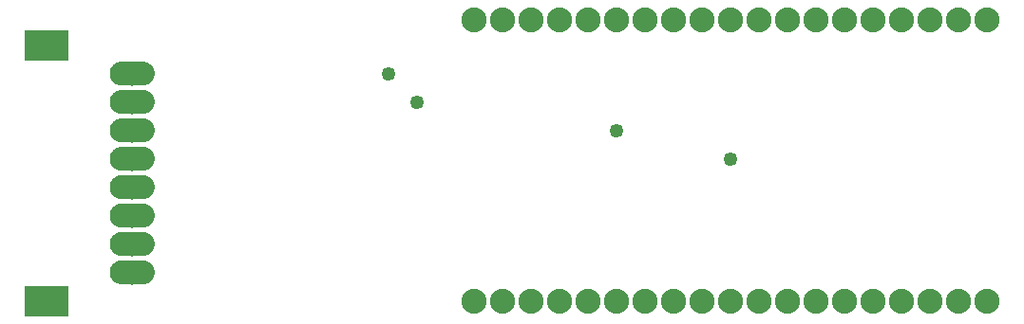
<source format=gts>
G04 MADE WITH FRITZING*
G04 WWW.FRITZING.ORG*
G04 DOUBLE SIDED*
G04 HOLES PLATED*
G04 CONTOUR ON CENTER OF CONTOUR VECTOR*
%ASAXBY*%
%FSLAX23Y23*%
%MOIN*%
%OFA0B0*%
%SFA1.0B1.0*%
%ADD10C,0.088000*%
%ADD11C,0.049370*%
%ADD12C,0.084000*%
%ADD13R,0.158148X0.106296*%
%ADD14R,0.001000X0.001000*%
%LNMASK1*%
G90*
G70*
G54D10*
X1654Y56D03*
X1754Y56D03*
X1854Y56D03*
X1954Y56D03*
X2054Y56D03*
X2154Y56D03*
X2254Y56D03*
X2354Y56D03*
X2454Y56D03*
X2554Y56D03*
X2654Y56D03*
X2754Y56D03*
X2854Y56D03*
X2954Y56D03*
X3054Y56D03*
X3154Y56D03*
X3254Y56D03*
X3354Y56D03*
X3454Y56D03*
X1654Y1045D03*
X1754Y1045D03*
X1854Y1045D03*
X1954Y1045D03*
X2054Y1045D03*
X2154Y1045D03*
X2254Y1045D03*
X2354Y1045D03*
X2454Y1045D03*
X2554Y1045D03*
X2654Y1045D03*
X2754Y1045D03*
X2854Y1045D03*
X2954Y1045D03*
X3054Y1045D03*
X3154Y1045D03*
X3254Y1045D03*
X3354Y1045D03*
X3454Y1045D03*
G54D11*
X2154Y656D03*
X2554Y556D03*
X1454Y756D03*
X1354Y856D03*
G54D12*
X454Y856D03*
X454Y756D03*
X454Y656D03*
X454Y556D03*
X454Y456D03*
X454Y356D03*
X454Y256D03*
X454Y156D03*
G54D13*
X154Y956D03*
X154Y56D03*
G54D14*
X410Y898D02*
X496Y898D01*
X406Y897D02*
X500Y897D01*
X402Y896D02*
X503Y896D01*
X400Y895D02*
X506Y895D01*
X398Y894D02*
X508Y894D01*
X396Y893D02*
X510Y893D01*
X394Y892D02*
X512Y892D01*
X393Y891D02*
X513Y891D01*
X391Y890D02*
X515Y890D01*
X390Y889D02*
X516Y889D01*
X389Y888D02*
X517Y888D01*
X388Y887D02*
X518Y887D01*
X387Y886D02*
X519Y886D01*
X386Y885D02*
X520Y885D01*
X385Y884D02*
X521Y884D01*
X384Y883D02*
X522Y883D01*
X383Y882D02*
X523Y882D01*
X382Y881D02*
X524Y881D01*
X382Y880D02*
X524Y880D01*
X381Y879D02*
X525Y879D01*
X381Y878D02*
X525Y878D01*
X380Y877D02*
X526Y877D01*
X379Y876D02*
X527Y876D01*
X379Y875D02*
X527Y875D01*
X378Y874D02*
X528Y874D01*
X378Y873D02*
X448Y873D01*
X458Y873D02*
X528Y873D01*
X378Y872D02*
X445Y872D01*
X461Y872D02*
X528Y872D01*
X377Y871D02*
X443Y871D01*
X462Y871D02*
X529Y871D01*
X377Y870D02*
X442Y870D01*
X464Y870D02*
X529Y870D01*
X376Y869D02*
X441Y869D01*
X465Y869D02*
X530Y869D01*
X376Y868D02*
X440Y868D01*
X466Y868D02*
X530Y868D01*
X376Y867D02*
X439Y867D01*
X467Y867D02*
X530Y867D01*
X376Y866D02*
X438Y866D01*
X468Y866D02*
X530Y866D01*
X375Y865D02*
X438Y865D01*
X468Y865D02*
X531Y865D01*
X375Y864D02*
X437Y864D01*
X469Y864D02*
X531Y864D01*
X375Y863D02*
X437Y863D01*
X469Y863D02*
X531Y863D01*
X375Y862D02*
X436Y862D01*
X470Y862D02*
X531Y862D01*
X375Y861D02*
X436Y861D01*
X470Y861D02*
X531Y861D01*
X375Y860D02*
X436Y860D01*
X470Y860D02*
X531Y860D01*
X375Y859D02*
X436Y859D01*
X470Y859D02*
X531Y859D01*
X375Y858D02*
X436Y858D01*
X470Y858D02*
X531Y858D01*
X375Y857D02*
X436Y857D01*
X470Y857D02*
X531Y857D01*
X375Y856D02*
X436Y856D01*
X470Y856D02*
X531Y856D01*
X375Y855D02*
X436Y855D01*
X470Y855D02*
X531Y855D01*
X375Y854D02*
X436Y854D01*
X470Y854D02*
X531Y854D01*
X375Y853D02*
X436Y853D01*
X470Y853D02*
X531Y853D01*
X375Y852D02*
X436Y852D01*
X470Y852D02*
X531Y852D01*
X375Y851D02*
X436Y851D01*
X470Y851D02*
X531Y851D01*
X375Y850D02*
X437Y850D01*
X469Y850D02*
X531Y850D01*
X375Y849D02*
X437Y849D01*
X469Y849D02*
X531Y849D01*
X375Y848D02*
X438Y848D01*
X468Y848D02*
X531Y848D01*
X376Y847D02*
X438Y847D01*
X468Y847D02*
X530Y847D01*
X376Y846D02*
X439Y846D01*
X467Y846D02*
X530Y846D01*
X376Y845D02*
X440Y845D01*
X466Y845D02*
X530Y845D01*
X377Y844D02*
X441Y844D01*
X465Y844D02*
X529Y844D01*
X377Y843D02*
X442Y843D01*
X464Y843D02*
X529Y843D01*
X377Y842D02*
X444Y842D01*
X462Y842D02*
X529Y842D01*
X378Y841D02*
X446Y841D01*
X460Y841D02*
X528Y841D01*
X378Y840D02*
X449Y840D01*
X457Y840D02*
X528Y840D01*
X378Y839D02*
X527Y839D01*
X379Y838D02*
X527Y838D01*
X379Y837D02*
X527Y837D01*
X380Y836D02*
X526Y836D01*
X381Y835D02*
X525Y835D01*
X381Y834D02*
X525Y834D01*
X382Y833D02*
X524Y833D01*
X383Y832D02*
X523Y832D01*
X383Y831D02*
X523Y831D01*
X384Y830D02*
X522Y830D01*
X385Y829D02*
X521Y829D01*
X386Y828D02*
X520Y828D01*
X387Y827D02*
X519Y827D01*
X388Y826D02*
X518Y826D01*
X389Y825D02*
X517Y825D01*
X390Y824D02*
X516Y824D01*
X391Y823D02*
X515Y823D01*
X393Y822D02*
X513Y822D01*
X394Y821D02*
X512Y821D01*
X396Y820D02*
X510Y820D01*
X398Y819D02*
X508Y819D01*
X400Y818D02*
X506Y818D01*
X403Y817D02*
X503Y817D01*
X406Y816D02*
X500Y816D01*
X411Y815D02*
X495Y815D01*
X410Y798D02*
X496Y798D01*
X405Y797D02*
X501Y797D01*
X402Y796D02*
X504Y796D01*
X400Y795D02*
X506Y795D01*
X398Y794D02*
X508Y794D01*
X396Y793D02*
X510Y793D01*
X394Y792D02*
X512Y792D01*
X392Y791D02*
X514Y791D01*
X391Y790D02*
X515Y790D01*
X390Y789D02*
X516Y789D01*
X389Y788D02*
X517Y788D01*
X388Y787D02*
X518Y787D01*
X387Y786D02*
X519Y786D01*
X386Y785D02*
X520Y785D01*
X385Y784D02*
X521Y784D01*
X384Y783D02*
X522Y783D01*
X383Y782D02*
X523Y782D01*
X382Y781D02*
X524Y781D01*
X382Y780D02*
X524Y780D01*
X381Y779D02*
X525Y779D01*
X380Y778D02*
X526Y778D01*
X380Y777D02*
X526Y777D01*
X379Y776D02*
X527Y776D01*
X379Y775D02*
X527Y775D01*
X378Y774D02*
X528Y774D01*
X378Y773D02*
X448Y773D01*
X458Y773D02*
X528Y773D01*
X378Y772D02*
X445Y772D01*
X461Y772D02*
X528Y772D01*
X377Y771D02*
X443Y771D01*
X463Y771D02*
X529Y771D01*
X377Y770D02*
X442Y770D01*
X464Y770D02*
X529Y770D01*
X376Y769D02*
X441Y769D01*
X465Y769D02*
X530Y769D01*
X376Y768D02*
X440Y768D01*
X466Y768D02*
X530Y768D01*
X376Y767D02*
X439Y767D01*
X467Y767D02*
X530Y767D01*
X376Y766D02*
X438Y766D01*
X468Y766D02*
X530Y766D01*
X375Y765D02*
X438Y765D01*
X468Y765D02*
X531Y765D01*
X375Y764D02*
X437Y764D01*
X469Y764D02*
X531Y764D01*
X375Y763D02*
X437Y763D01*
X469Y763D02*
X531Y763D01*
X375Y762D02*
X436Y762D01*
X470Y762D02*
X531Y762D01*
X375Y761D02*
X436Y761D01*
X470Y761D02*
X531Y761D01*
X375Y760D02*
X436Y760D01*
X470Y760D02*
X531Y760D01*
X375Y759D02*
X436Y759D01*
X470Y759D02*
X531Y759D01*
X375Y758D02*
X436Y758D01*
X470Y758D02*
X531Y758D01*
X375Y757D02*
X436Y757D01*
X470Y757D02*
X531Y757D01*
X375Y756D02*
X436Y756D01*
X470Y756D02*
X531Y756D01*
X375Y755D02*
X436Y755D01*
X470Y755D02*
X531Y755D01*
X375Y754D02*
X436Y754D01*
X470Y754D02*
X531Y754D01*
X375Y753D02*
X436Y753D01*
X470Y753D02*
X531Y753D01*
X375Y752D02*
X436Y752D01*
X470Y752D02*
X531Y752D01*
X375Y751D02*
X436Y751D01*
X470Y751D02*
X531Y751D01*
X375Y750D02*
X437Y750D01*
X469Y750D02*
X531Y750D01*
X375Y749D02*
X437Y749D01*
X469Y749D02*
X531Y749D01*
X375Y748D02*
X438Y748D01*
X468Y748D02*
X531Y748D01*
X376Y747D02*
X438Y747D01*
X467Y747D02*
X530Y747D01*
X376Y746D02*
X439Y746D01*
X467Y746D02*
X530Y746D01*
X376Y745D02*
X440Y745D01*
X466Y745D02*
X530Y745D01*
X377Y744D02*
X441Y744D01*
X465Y744D02*
X529Y744D01*
X377Y743D02*
X442Y743D01*
X464Y743D02*
X529Y743D01*
X377Y742D02*
X444Y742D01*
X462Y742D02*
X529Y742D01*
X378Y741D02*
X446Y741D01*
X460Y741D02*
X528Y741D01*
X378Y740D02*
X449Y740D01*
X457Y740D02*
X528Y740D01*
X379Y739D02*
X527Y739D01*
X379Y738D02*
X527Y738D01*
X380Y737D02*
X526Y737D01*
X380Y736D02*
X526Y736D01*
X381Y735D02*
X525Y735D01*
X381Y734D02*
X525Y734D01*
X382Y733D02*
X524Y733D01*
X383Y732D02*
X523Y732D01*
X383Y731D02*
X523Y731D01*
X384Y730D02*
X522Y730D01*
X385Y729D02*
X521Y729D01*
X386Y728D02*
X520Y728D01*
X387Y727D02*
X519Y727D01*
X388Y726D02*
X518Y726D01*
X389Y725D02*
X517Y725D01*
X390Y724D02*
X516Y724D01*
X392Y723D02*
X514Y723D01*
X393Y722D02*
X513Y722D01*
X395Y721D02*
X511Y721D01*
X396Y720D02*
X510Y720D01*
X398Y719D02*
X508Y719D01*
X400Y718D02*
X506Y718D01*
X403Y717D02*
X503Y717D01*
X407Y716D02*
X499Y716D01*
X412Y715D02*
X494Y715D01*
X409Y698D02*
X497Y698D01*
X405Y697D02*
X501Y697D01*
X402Y696D02*
X504Y696D01*
X400Y695D02*
X506Y695D01*
X397Y694D02*
X509Y694D01*
X396Y693D02*
X510Y693D01*
X394Y692D02*
X512Y692D01*
X392Y691D02*
X514Y691D01*
X391Y690D02*
X515Y690D01*
X390Y689D02*
X516Y689D01*
X389Y688D02*
X517Y688D01*
X387Y687D02*
X519Y687D01*
X386Y686D02*
X520Y686D01*
X386Y685D02*
X520Y685D01*
X385Y684D02*
X521Y684D01*
X384Y683D02*
X522Y683D01*
X383Y682D02*
X523Y682D01*
X382Y681D02*
X524Y681D01*
X382Y680D02*
X524Y680D01*
X381Y679D02*
X525Y679D01*
X380Y678D02*
X526Y678D01*
X380Y677D02*
X526Y677D01*
X379Y676D02*
X527Y676D01*
X379Y675D02*
X527Y675D01*
X378Y674D02*
X528Y674D01*
X378Y673D02*
X448Y673D01*
X458Y673D02*
X528Y673D01*
X377Y672D02*
X445Y672D01*
X461Y672D02*
X528Y672D01*
X377Y671D02*
X443Y671D01*
X463Y671D02*
X529Y671D01*
X377Y670D02*
X442Y670D01*
X464Y670D02*
X529Y670D01*
X376Y669D02*
X441Y669D01*
X465Y669D02*
X530Y669D01*
X376Y668D02*
X440Y668D01*
X466Y668D02*
X530Y668D01*
X376Y667D02*
X439Y667D01*
X467Y667D02*
X530Y667D01*
X376Y666D02*
X438Y666D01*
X468Y666D02*
X530Y666D01*
X375Y665D02*
X438Y665D01*
X468Y665D02*
X531Y665D01*
X375Y664D02*
X437Y664D01*
X469Y664D02*
X531Y664D01*
X375Y663D02*
X437Y663D01*
X469Y663D02*
X531Y663D01*
X375Y662D02*
X436Y662D01*
X470Y662D02*
X531Y662D01*
X375Y661D02*
X436Y661D01*
X470Y661D02*
X531Y661D01*
X375Y660D02*
X436Y660D01*
X470Y660D02*
X531Y660D01*
X375Y659D02*
X436Y659D01*
X470Y659D02*
X531Y659D01*
X375Y658D02*
X436Y658D01*
X470Y658D02*
X531Y658D01*
X375Y657D02*
X436Y657D01*
X470Y657D02*
X531Y657D01*
X375Y656D02*
X436Y656D01*
X470Y656D02*
X531Y656D01*
X375Y655D02*
X436Y655D01*
X470Y655D02*
X531Y655D01*
X375Y654D02*
X436Y654D01*
X470Y654D02*
X531Y654D01*
X375Y653D02*
X436Y653D01*
X470Y653D02*
X531Y653D01*
X375Y652D02*
X436Y652D01*
X470Y652D02*
X531Y652D01*
X375Y651D02*
X436Y651D01*
X470Y651D02*
X531Y651D01*
X375Y650D02*
X437Y650D01*
X469Y650D02*
X531Y650D01*
X375Y649D02*
X437Y649D01*
X469Y649D02*
X531Y649D01*
X375Y648D02*
X438Y648D01*
X468Y648D02*
X530Y648D01*
X376Y647D02*
X439Y647D01*
X467Y647D02*
X530Y647D01*
X376Y646D02*
X439Y646D01*
X467Y646D02*
X530Y646D01*
X376Y645D02*
X440Y645D01*
X466Y645D02*
X530Y645D01*
X377Y644D02*
X441Y644D01*
X465Y644D02*
X529Y644D01*
X377Y643D02*
X443Y643D01*
X463Y643D02*
X529Y643D01*
X377Y642D02*
X444Y642D01*
X462Y642D02*
X529Y642D01*
X378Y641D02*
X446Y641D01*
X460Y641D02*
X528Y641D01*
X378Y640D02*
X450Y640D01*
X456Y640D02*
X528Y640D01*
X379Y639D02*
X527Y639D01*
X379Y638D02*
X527Y638D01*
X380Y637D02*
X526Y637D01*
X380Y636D02*
X526Y636D01*
X381Y635D02*
X525Y635D01*
X381Y634D02*
X525Y634D01*
X382Y633D02*
X524Y633D01*
X383Y632D02*
X523Y632D01*
X383Y631D02*
X523Y631D01*
X384Y630D02*
X522Y630D01*
X385Y629D02*
X521Y629D01*
X386Y628D02*
X520Y628D01*
X387Y627D02*
X519Y627D01*
X388Y626D02*
X518Y626D01*
X389Y625D02*
X517Y625D01*
X390Y624D02*
X516Y624D01*
X392Y623D02*
X514Y623D01*
X393Y622D02*
X513Y622D01*
X395Y621D02*
X511Y621D01*
X396Y620D02*
X510Y620D01*
X398Y619D02*
X508Y619D01*
X401Y618D02*
X505Y618D01*
X403Y617D02*
X503Y617D01*
X407Y616D02*
X499Y616D01*
X412Y615D02*
X494Y615D01*
X409Y598D02*
X497Y598D01*
X405Y597D02*
X501Y597D01*
X402Y596D02*
X504Y596D01*
X399Y595D02*
X507Y595D01*
X397Y594D02*
X509Y594D01*
X395Y593D02*
X511Y593D01*
X394Y592D02*
X512Y592D01*
X392Y591D02*
X514Y591D01*
X391Y590D02*
X515Y590D01*
X390Y589D02*
X516Y589D01*
X388Y588D02*
X518Y588D01*
X387Y587D02*
X519Y587D01*
X386Y586D02*
X520Y586D01*
X385Y585D02*
X521Y585D01*
X385Y584D02*
X521Y584D01*
X384Y583D02*
X522Y583D01*
X383Y582D02*
X523Y582D01*
X382Y581D02*
X524Y581D01*
X382Y580D02*
X524Y580D01*
X381Y579D02*
X525Y579D01*
X380Y578D02*
X526Y578D01*
X380Y577D02*
X526Y577D01*
X379Y576D02*
X527Y576D01*
X379Y575D02*
X527Y575D01*
X378Y574D02*
X528Y574D01*
X378Y573D02*
X447Y573D01*
X459Y573D02*
X528Y573D01*
X377Y572D02*
X445Y572D01*
X461Y572D02*
X528Y572D01*
X377Y571D02*
X443Y571D01*
X463Y571D02*
X529Y571D01*
X377Y570D02*
X442Y570D01*
X464Y570D02*
X529Y570D01*
X376Y569D02*
X441Y569D01*
X465Y569D02*
X530Y569D01*
X376Y568D02*
X440Y568D01*
X466Y568D02*
X530Y568D01*
X376Y567D02*
X439Y567D01*
X467Y567D02*
X530Y567D01*
X376Y566D02*
X438Y566D01*
X468Y566D02*
X530Y566D01*
X375Y565D02*
X438Y565D01*
X468Y565D02*
X531Y565D01*
X375Y564D02*
X437Y564D01*
X469Y564D02*
X531Y564D01*
X375Y563D02*
X437Y563D01*
X469Y563D02*
X531Y563D01*
X375Y562D02*
X436Y562D01*
X470Y562D02*
X531Y562D01*
X375Y561D02*
X436Y561D01*
X470Y561D02*
X531Y561D01*
X375Y560D02*
X436Y560D01*
X470Y560D02*
X531Y560D01*
X375Y559D02*
X436Y559D01*
X470Y559D02*
X531Y559D01*
X375Y558D02*
X436Y558D01*
X470Y558D02*
X531Y558D01*
X375Y557D02*
X436Y557D01*
X470Y557D02*
X531Y557D01*
X375Y556D02*
X436Y556D01*
X470Y556D02*
X531Y556D01*
X375Y555D02*
X436Y555D01*
X470Y555D02*
X531Y555D01*
X375Y554D02*
X436Y554D01*
X470Y554D02*
X531Y554D01*
X375Y553D02*
X436Y553D01*
X470Y553D02*
X531Y553D01*
X375Y552D02*
X436Y552D01*
X470Y552D02*
X531Y552D01*
X375Y551D02*
X436Y551D01*
X469Y551D02*
X531Y551D01*
X375Y550D02*
X437Y550D01*
X469Y550D02*
X531Y550D01*
X375Y549D02*
X437Y549D01*
X469Y549D02*
X531Y549D01*
X376Y548D02*
X438Y548D01*
X468Y548D02*
X530Y548D01*
X376Y547D02*
X439Y547D01*
X467Y547D02*
X530Y547D01*
X376Y546D02*
X439Y546D01*
X467Y546D02*
X530Y546D01*
X376Y545D02*
X440Y545D01*
X466Y545D02*
X530Y545D01*
X377Y544D02*
X441Y544D01*
X465Y544D02*
X529Y544D01*
X377Y543D02*
X443Y543D01*
X463Y543D02*
X529Y543D01*
X377Y542D02*
X444Y542D01*
X462Y542D02*
X529Y542D01*
X378Y541D02*
X446Y541D01*
X460Y541D02*
X528Y541D01*
X378Y540D02*
X451Y540D01*
X455Y540D02*
X528Y540D01*
X379Y539D02*
X527Y539D01*
X379Y538D02*
X527Y538D01*
X380Y537D02*
X526Y537D01*
X380Y536D02*
X526Y536D01*
X381Y535D02*
X525Y535D01*
X381Y534D02*
X525Y534D01*
X382Y533D02*
X524Y533D01*
X383Y532D02*
X523Y532D01*
X383Y531D02*
X522Y531D01*
X384Y530D02*
X522Y530D01*
X385Y529D02*
X521Y529D01*
X386Y528D02*
X520Y528D01*
X387Y527D02*
X519Y527D01*
X388Y526D02*
X518Y526D01*
X389Y525D02*
X517Y525D01*
X390Y524D02*
X516Y524D01*
X392Y523D02*
X514Y523D01*
X393Y522D02*
X513Y522D01*
X395Y521D02*
X511Y521D01*
X397Y520D02*
X509Y520D01*
X399Y519D02*
X507Y519D01*
X401Y518D02*
X505Y518D01*
X404Y517D02*
X502Y517D01*
X407Y516D02*
X499Y516D01*
X414Y515D02*
X492Y515D01*
X408Y498D02*
X498Y498D01*
X404Y497D02*
X502Y497D01*
X402Y496D02*
X504Y496D01*
X399Y495D02*
X507Y495D01*
X397Y494D02*
X509Y494D01*
X395Y493D02*
X511Y493D01*
X394Y492D02*
X512Y492D01*
X392Y491D02*
X514Y491D01*
X391Y490D02*
X515Y490D01*
X389Y489D02*
X516Y489D01*
X388Y488D02*
X518Y488D01*
X387Y487D02*
X519Y487D01*
X386Y486D02*
X520Y486D01*
X385Y485D02*
X521Y485D01*
X384Y484D02*
X522Y484D01*
X384Y483D02*
X522Y483D01*
X383Y482D02*
X523Y482D01*
X382Y481D02*
X524Y481D01*
X382Y480D02*
X524Y480D01*
X381Y479D02*
X525Y479D01*
X380Y478D02*
X526Y478D01*
X380Y477D02*
X526Y477D01*
X379Y476D02*
X527Y476D01*
X379Y475D02*
X527Y475D01*
X378Y474D02*
X528Y474D01*
X378Y473D02*
X447Y473D01*
X459Y473D02*
X528Y473D01*
X377Y472D02*
X445Y472D01*
X461Y472D02*
X529Y472D01*
X377Y471D02*
X443Y471D01*
X463Y471D02*
X529Y471D01*
X377Y470D02*
X442Y470D01*
X464Y470D02*
X529Y470D01*
X376Y469D02*
X441Y469D01*
X465Y469D02*
X530Y469D01*
X376Y468D02*
X440Y468D01*
X466Y468D02*
X530Y468D01*
X376Y467D02*
X439Y467D01*
X467Y467D02*
X530Y467D01*
X376Y466D02*
X438Y466D01*
X468Y466D02*
X530Y466D01*
X375Y465D02*
X438Y465D01*
X468Y465D02*
X531Y465D01*
X375Y464D02*
X437Y464D01*
X469Y464D02*
X531Y464D01*
X375Y463D02*
X437Y463D01*
X469Y463D02*
X531Y463D01*
X375Y462D02*
X436Y462D01*
X470Y462D02*
X531Y462D01*
X375Y461D02*
X436Y461D01*
X470Y461D02*
X531Y461D01*
X375Y460D02*
X436Y460D01*
X470Y460D02*
X531Y460D01*
X375Y459D02*
X436Y459D01*
X470Y459D02*
X531Y459D01*
X375Y458D02*
X436Y458D01*
X470Y458D02*
X531Y458D01*
X375Y457D02*
X436Y457D01*
X470Y457D02*
X531Y457D01*
X375Y456D02*
X436Y456D01*
X470Y456D02*
X531Y456D01*
X375Y455D02*
X436Y455D01*
X470Y455D02*
X531Y455D01*
X375Y454D02*
X436Y454D01*
X470Y454D02*
X531Y454D01*
X375Y453D02*
X436Y453D01*
X470Y453D02*
X531Y453D01*
X375Y452D02*
X436Y452D01*
X470Y452D02*
X531Y452D01*
X375Y451D02*
X437Y451D01*
X469Y451D02*
X531Y451D01*
X375Y450D02*
X437Y450D01*
X469Y450D02*
X531Y450D01*
X375Y449D02*
X437Y449D01*
X469Y449D02*
X531Y449D01*
X376Y448D02*
X438Y448D01*
X468Y448D02*
X530Y448D01*
X376Y447D02*
X439Y447D01*
X467Y447D02*
X530Y447D01*
X376Y446D02*
X440Y446D01*
X466Y446D02*
X530Y446D01*
X376Y445D02*
X440Y445D01*
X466Y445D02*
X530Y445D01*
X377Y444D02*
X442Y444D01*
X464Y444D02*
X529Y444D01*
X377Y443D02*
X443Y443D01*
X463Y443D02*
X529Y443D01*
X377Y442D02*
X444Y442D01*
X462Y442D02*
X529Y442D01*
X378Y441D02*
X446Y441D01*
X460Y441D02*
X528Y441D01*
X378Y440D02*
X452Y440D01*
X454Y440D02*
X528Y440D01*
X379Y439D02*
X527Y439D01*
X379Y438D02*
X527Y438D01*
X380Y437D02*
X526Y437D01*
X380Y436D02*
X526Y436D01*
X381Y435D02*
X525Y435D01*
X381Y434D02*
X525Y434D01*
X382Y433D02*
X524Y433D01*
X383Y432D02*
X523Y432D01*
X384Y431D02*
X522Y431D01*
X384Y430D02*
X522Y430D01*
X385Y429D02*
X521Y429D01*
X386Y428D02*
X520Y428D01*
X387Y427D02*
X519Y427D01*
X388Y426D02*
X518Y426D01*
X389Y425D02*
X517Y425D01*
X391Y424D02*
X515Y424D01*
X392Y423D02*
X514Y423D01*
X393Y422D02*
X513Y422D01*
X395Y421D02*
X511Y421D01*
X397Y420D02*
X509Y420D01*
X399Y419D02*
X507Y419D01*
X401Y418D02*
X505Y418D01*
X404Y417D02*
X502Y417D01*
X407Y416D02*
X498Y416D01*
X416Y415D02*
X490Y415D01*
X408Y398D02*
X498Y398D01*
X404Y397D02*
X502Y397D01*
X401Y396D02*
X505Y396D01*
X399Y395D02*
X507Y395D01*
X397Y394D02*
X509Y394D01*
X395Y393D02*
X511Y393D01*
X393Y392D02*
X513Y392D01*
X392Y391D02*
X514Y391D01*
X391Y390D02*
X515Y390D01*
X389Y389D02*
X517Y389D01*
X388Y388D02*
X518Y388D01*
X387Y387D02*
X519Y387D01*
X386Y386D02*
X520Y386D01*
X385Y385D02*
X521Y385D01*
X384Y384D02*
X522Y384D01*
X384Y383D02*
X522Y383D01*
X383Y382D02*
X523Y382D01*
X382Y381D02*
X524Y381D01*
X381Y380D02*
X525Y380D01*
X381Y379D02*
X525Y379D01*
X380Y378D02*
X526Y378D01*
X380Y377D02*
X526Y377D01*
X379Y376D02*
X527Y376D01*
X379Y375D02*
X527Y375D01*
X378Y374D02*
X528Y374D01*
X378Y373D02*
X447Y373D01*
X459Y373D02*
X528Y373D01*
X377Y372D02*
X445Y372D01*
X461Y372D02*
X529Y372D01*
X377Y371D02*
X443Y371D01*
X463Y371D02*
X529Y371D01*
X377Y370D02*
X442Y370D01*
X464Y370D02*
X529Y370D01*
X376Y369D02*
X441Y369D01*
X465Y369D02*
X530Y369D01*
X376Y368D02*
X440Y368D01*
X466Y368D02*
X530Y368D01*
X376Y367D02*
X439Y367D01*
X467Y367D02*
X530Y367D01*
X376Y366D02*
X438Y366D01*
X468Y366D02*
X530Y366D01*
X375Y365D02*
X437Y365D01*
X468Y365D02*
X531Y365D01*
X375Y364D02*
X437Y364D01*
X469Y364D02*
X531Y364D01*
X375Y363D02*
X437Y363D01*
X469Y363D02*
X531Y363D01*
X375Y362D02*
X436Y362D01*
X470Y362D02*
X531Y362D01*
X375Y361D02*
X436Y361D01*
X470Y361D02*
X531Y361D01*
X375Y360D02*
X436Y360D01*
X470Y360D02*
X531Y360D01*
X375Y359D02*
X436Y359D01*
X470Y359D02*
X531Y359D01*
X375Y358D02*
X436Y358D01*
X470Y358D02*
X531Y358D01*
X375Y357D02*
X436Y357D01*
X470Y357D02*
X531Y357D01*
X375Y356D02*
X436Y356D01*
X470Y356D02*
X531Y356D01*
X375Y355D02*
X436Y355D01*
X470Y355D02*
X531Y355D01*
X375Y354D02*
X436Y354D01*
X470Y354D02*
X531Y354D01*
X375Y353D02*
X436Y353D01*
X470Y353D02*
X531Y353D01*
X375Y352D02*
X436Y352D01*
X470Y352D02*
X531Y352D01*
X375Y351D02*
X437Y351D01*
X469Y351D02*
X531Y351D01*
X375Y350D02*
X437Y350D01*
X469Y350D02*
X531Y350D01*
X375Y349D02*
X437Y349D01*
X468Y349D02*
X531Y349D01*
X376Y348D02*
X438Y348D01*
X468Y348D02*
X530Y348D01*
X376Y347D02*
X439Y347D01*
X467Y347D02*
X530Y347D01*
X376Y346D02*
X440Y346D01*
X466Y346D02*
X530Y346D01*
X376Y345D02*
X440Y345D01*
X465Y345D02*
X530Y345D01*
X377Y344D02*
X442Y344D01*
X464Y344D02*
X529Y344D01*
X377Y343D02*
X443Y343D01*
X463Y343D02*
X529Y343D01*
X377Y342D02*
X445Y342D01*
X461Y342D02*
X529Y342D01*
X378Y341D02*
X447Y341D01*
X459Y341D02*
X528Y341D01*
X378Y340D02*
X528Y340D01*
X379Y339D02*
X527Y339D01*
X379Y338D02*
X527Y338D01*
X380Y337D02*
X526Y337D01*
X380Y336D02*
X526Y336D01*
X381Y335D02*
X525Y335D01*
X381Y334D02*
X525Y334D01*
X382Y333D02*
X524Y333D01*
X383Y332D02*
X523Y332D01*
X384Y331D02*
X522Y331D01*
X384Y330D02*
X522Y330D01*
X385Y329D02*
X521Y329D01*
X386Y328D02*
X520Y328D01*
X387Y327D02*
X519Y327D01*
X388Y326D02*
X518Y326D01*
X389Y325D02*
X517Y325D01*
X391Y324D02*
X515Y324D01*
X392Y323D02*
X514Y323D01*
X393Y322D02*
X513Y322D01*
X395Y321D02*
X511Y321D01*
X397Y320D02*
X509Y320D01*
X399Y319D02*
X507Y319D01*
X401Y318D02*
X505Y318D01*
X404Y317D02*
X502Y317D01*
X408Y316D02*
X498Y316D01*
X416Y299D02*
X490Y299D01*
X408Y298D02*
X498Y298D01*
X404Y297D02*
X502Y297D01*
X401Y296D02*
X505Y296D01*
X399Y295D02*
X507Y295D01*
X397Y294D02*
X509Y294D01*
X395Y293D02*
X511Y293D01*
X393Y292D02*
X513Y292D01*
X392Y291D02*
X514Y291D01*
X391Y290D02*
X515Y290D01*
X389Y289D02*
X517Y289D01*
X388Y288D02*
X518Y288D01*
X387Y287D02*
X519Y287D01*
X386Y286D02*
X520Y286D01*
X385Y285D02*
X521Y285D01*
X384Y284D02*
X522Y284D01*
X384Y283D02*
X522Y283D01*
X383Y282D02*
X523Y282D01*
X382Y281D02*
X524Y281D01*
X381Y280D02*
X525Y280D01*
X381Y279D02*
X525Y279D01*
X380Y278D02*
X526Y278D01*
X380Y277D02*
X526Y277D01*
X379Y276D02*
X527Y276D01*
X379Y275D02*
X527Y275D01*
X378Y274D02*
X452Y274D01*
X454Y274D02*
X528Y274D01*
X378Y273D02*
X446Y273D01*
X460Y273D02*
X528Y273D01*
X377Y272D02*
X444Y272D01*
X462Y272D02*
X529Y272D01*
X377Y271D02*
X443Y271D01*
X463Y271D02*
X529Y271D01*
X377Y270D02*
X442Y270D01*
X464Y270D02*
X529Y270D01*
X376Y269D02*
X440Y269D01*
X466Y269D02*
X530Y269D01*
X376Y268D02*
X440Y268D01*
X466Y268D02*
X530Y268D01*
X376Y267D02*
X439Y267D01*
X467Y267D02*
X530Y267D01*
X376Y266D02*
X438Y266D01*
X468Y266D02*
X530Y266D01*
X375Y265D02*
X437Y265D01*
X469Y265D02*
X531Y265D01*
X375Y264D02*
X437Y264D01*
X469Y264D02*
X531Y264D01*
X375Y263D02*
X437Y263D01*
X469Y263D02*
X531Y263D01*
X375Y262D02*
X436Y262D01*
X470Y262D02*
X531Y262D01*
X375Y261D02*
X436Y261D01*
X470Y261D02*
X531Y261D01*
X375Y260D02*
X436Y260D01*
X470Y260D02*
X531Y260D01*
X375Y259D02*
X436Y259D01*
X470Y259D02*
X531Y259D01*
X375Y258D02*
X436Y258D01*
X470Y258D02*
X531Y258D01*
X375Y257D02*
X436Y257D01*
X470Y257D02*
X531Y257D01*
X375Y256D02*
X436Y256D01*
X470Y256D02*
X531Y256D01*
X375Y255D02*
X436Y255D01*
X470Y255D02*
X531Y255D01*
X375Y254D02*
X436Y254D01*
X470Y254D02*
X531Y254D01*
X375Y253D02*
X436Y253D01*
X470Y253D02*
X531Y253D01*
X375Y252D02*
X436Y252D01*
X470Y252D02*
X531Y252D01*
X375Y251D02*
X437Y251D01*
X469Y251D02*
X531Y251D01*
X375Y250D02*
X437Y250D01*
X469Y250D02*
X531Y250D01*
X375Y249D02*
X438Y249D01*
X468Y249D02*
X531Y249D01*
X376Y248D02*
X438Y248D01*
X468Y248D02*
X530Y248D01*
X376Y247D02*
X439Y247D01*
X467Y247D02*
X530Y247D01*
X376Y246D02*
X440Y246D01*
X466Y246D02*
X530Y246D01*
X376Y245D02*
X441Y245D01*
X465Y245D02*
X530Y245D01*
X377Y244D02*
X442Y244D01*
X464Y244D02*
X529Y244D01*
X377Y243D02*
X443Y243D01*
X463Y243D02*
X529Y243D01*
X377Y242D02*
X445Y242D01*
X461Y242D02*
X529Y242D01*
X378Y241D02*
X447Y241D01*
X459Y241D02*
X528Y241D01*
X378Y240D02*
X528Y240D01*
X379Y239D02*
X527Y239D01*
X379Y238D02*
X527Y238D01*
X380Y237D02*
X526Y237D01*
X380Y236D02*
X526Y236D01*
X381Y235D02*
X525Y235D01*
X382Y234D02*
X524Y234D01*
X382Y233D02*
X524Y233D01*
X383Y232D02*
X523Y232D01*
X384Y231D02*
X522Y231D01*
X384Y230D02*
X522Y230D01*
X385Y229D02*
X521Y229D01*
X386Y228D02*
X520Y228D01*
X387Y227D02*
X519Y227D01*
X388Y226D02*
X518Y226D01*
X389Y225D02*
X517Y225D01*
X391Y224D02*
X515Y224D01*
X392Y223D02*
X514Y223D01*
X394Y222D02*
X512Y222D01*
X395Y221D02*
X511Y221D01*
X397Y220D02*
X509Y220D01*
X399Y219D02*
X507Y219D01*
X402Y218D02*
X504Y218D01*
X404Y217D02*
X502Y217D01*
X408Y216D02*
X498Y216D01*
X414Y199D02*
X492Y199D01*
X407Y198D02*
X499Y198D01*
X404Y197D02*
X502Y197D01*
X401Y196D02*
X505Y196D01*
X399Y195D02*
X507Y195D01*
X397Y194D02*
X509Y194D01*
X395Y193D02*
X511Y193D01*
X393Y192D02*
X513Y192D01*
X392Y191D02*
X514Y191D01*
X390Y190D02*
X516Y190D01*
X389Y189D02*
X517Y189D01*
X388Y188D02*
X518Y188D01*
X387Y187D02*
X519Y187D01*
X386Y186D02*
X520Y186D01*
X385Y185D02*
X521Y185D01*
X384Y184D02*
X522Y184D01*
X383Y183D02*
X522Y183D01*
X383Y182D02*
X523Y182D01*
X382Y181D02*
X524Y181D01*
X381Y180D02*
X525Y180D01*
X381Y179D02*
X525Y179D01*
X380Y178D02*
X526Y178D01*
X380Y177D02*
X526Y177D01*
X379Y176D02*
X527Y176D01*
X379Y175D02*
X527Y175D01*
X378Y174D02*
X451Y174D01*
X455Y174D02*
X528Y174D01*
X378Y173D02*
X446Y173D01*
X460Y173D02*
X528Y173D01*
X377Y172D02*
X444Y172D01*
X462Y172D02*
X529Y172D01*
X377Y171D02*
X443Y171D01*
X463Y171D02*
X529Y171D01*
X377Y170D02*
X441Y170D01*
X465Y170D02*
X529Y170D01*
X376Y169D02*
X440Y169D01*
X466Y169D02*
X530Y169D01*
X376Y168D02*
X439Y168D01*
X466Y168D02*
X530Y168D01*
X376Y167D02*
X439Y167D01*
X467Y167D02*
X530Y167D01*
X376Y166D02*
X438Y166D01*
X468Y166D02*
X530Y166D01*
X375Y165D02*
X437Y165D01*
X469Y165D02*
X531Y165D01*
X375Y164D02*
X437Y164D01*
X469Y164D02*
X531Y164D01*
X375Y163D02*
X436Y163D01*
X469Y163D02*
X531Y163D01*
X375Y162D02*
X436Y162D01*
X470Y162D02*
X531Y162D01*
X375Y161D02*
X436Y161D01*
X470Y161D02*
X531Y161D01*
X375Y160D02*
X436Y160D01*
X470Y160D02*
X531Y160D01*
X375Y159D02*
X436Y159D01*
X470Y159D02*
X531Y159D01*
X375Y158D02*
X436Y158D01*
X470Y158D02*
X531Y158D01*
X375Y157D02*
X436Y157D01*
X470Y157D02*
X531Y157D01*
X375Y156D02*
X436Y156D01*
X470Y156D02*
X531Y156D01*
X375Y155D02*
X436Y155D01*
X470Y155D02*
X531Y155D01*
X375Y154D02*
X436Y154D01*
X470Y154D02*
X531Y154D01*
X375Y153D02*
X436Y153D01*
X470Y153D02*
X531Y153D01*
X375Y152D02*
X436Y152D01*
X470Y152D02*
X531Y152D01*
X375Y151D02*
X437Y151D01*
X469Y151D02*
X531Y151D01*
X375Y150D02*
X437Y150D01*
X469Y150D02*
X531Y150D01*
X375Y149D02*
X438Y149D01*
X468Y149D02*
X531Y149D01*
X376Y148D02*
X438Y148D01*
X468Y148D02*
X530Y148D01*
X376Y147D02*
X439Y147D01*
X467Y147D02*
X530Y147D01*
X376Y146D02*
X440Y146D01*
X466Y146D02*
X530Y146D01*
X376Y145D02*
X441Y145D01*
X465Y145D02*
X530Y145D01*
X377Y144D02*
X442Y144D01*
X464Y144D02*
X529Y144D01*
X377Y143D02*
X443Y143D01*
X463Y143D02*
X529Y143D01*
X377Y142D02*
X445Y142D01*
X461Y142D02*
X528Y142D01*
X378Y141D02*
X447Y141D01*
X459Y141D02*
X528Y141D01*
X378Y140D02*
X528Y140D01*
X379Y139D02*
X527Y139D01*
X379Y138D02*
X527Y138D01*
X380Y137D02*
X526Y137D01*
X380Y136D02*
X526Y136D01*
X381Y135D02*
X525Y135D01*
X382Y134D02*
X524Y134D01*
X382Y133D02*
X524Y133D01*
X383Y132D02*
X523Y132D01*
X384Y131D02*
X522Y131D01*
X385Y130D02*
X521Y130D01*
X385Y129D02*
X521Y129D01*
X386Y128D02*
X520Y128D01*
X387Y127D02*
X519Y127D01*
X388Y126D02*
X518Y126D01*
X390Y125D02*
X516Y125D01*
X391Y124D02*
X515Y124D01*
X392Y123D02*
X514Y123D01*
X394Y122D02*
X512Y122D01*
X395Y121D02*
X511Y121D01*
X397Y120D02*
X509Y120D01*
X399Y119D02*
X507Y119D01*
X402Y118D02*
X504Y118D01*
X405Y117D02*
X501Y117D01*
X409Y116D02*
X497Y116D01*
D02*
G04 End of Mask1*
M02*
</source>
